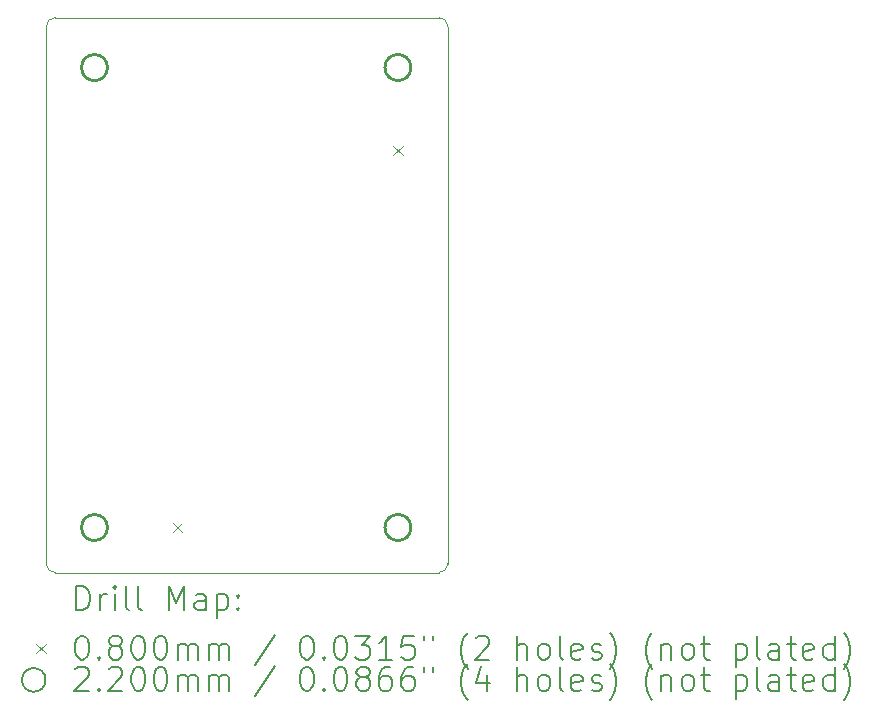
<source format=gbr>
%TF.GenerationSoftware,KiCad,Pcbnew,7.0.5*%
%TF.CreationDate,2023-06-20T21:04:07+08:00*%
%TF.ProjectId,handwire microboard,68616e64-7769-4726-9520-6d6963726f62,rev?*%
%TF.SameCoordinates,Original*%
%TF.FileFunction,Drillmap*%
%TF.FilePolarity,Positive*%
%FSLAX45Y45*%
G04 Gerber Fmt 4.5, Leading zero omitted, Abs format (unit mm)*
G04 Created by KiCad (PCBNEW 7.0.5) date 2023-06-20 21:04:07*
%MOMM*%
%LPD*%
G01*
G04 APERTURE LIST*
%ADD10C,0.100000*%
%ADD11C,0.200000*%
%ADD12C,0.080000*%
%ADD13C,0.220000*%
G04 APERTURE END LIST*
D10*
X11543500Y-8161020D02*
X8293900Y-8161020D01*
X8217700Y-8237220D02*
X8217700Y-12783820D01*
X8217698Y-12783820D02*
G75*
G03*
X8294081Y-12860201I76382J0D01*
G01*
X11619700Y-12783820D02*
X11619700Y-8237220D01*
X11619700Y-8237220D02*
G75*
G03*
X11543500Y-8161020I-76200J0D01*
G01*
X11543500Y-12860020D02*
G75*
G03*
X11619700Y-12783820I0J76200D01*
G01*
X8294081Y-12860201D02*
X11543500Y-12860020D01*
X8293900Y-8161020D02*
G75*
G03*
X8217700Y-8237220I0J-76200D01*
G01*
D11*
D12*
X9287725Y-12439020D02*
X9367725Y-12519020D01*
X9367725Y-12439020D02*
X9287725Y-12519020D01*
X11156320Y-9246285D02*
X11236320Y-9326285D01*
X11236320Y-9246285D02*
X11156320Y-9326285D01*
D13*
X8736640Y-8584485D02*
G75*
G03*
X8736640Y-8584485I-110000J0D01*
G01*
X8736640Y-12479020D02*
G75*
G03*
X8736640Y-12479020I-110000J0D01*
G01*
X11306320Y-8584485D02*
G75*
G03*
X11306320Y-8584485I-110000J0D01*
G01*
X11306320Y-12479020D02*
G75*
G03*
X11306320Y-12479020I-110000J0D01*
G01*
D11*
X8473477Y-13176685D02*
X8473477Y-12976685D01*
X8473477Y-12976685D02*
X8521096Y-12976685D01*
X8521096Y-12976685D02*
X8549667Y-12986209D01*
X8549667Y-12986209D02*
X8568715Y-13005257D01*
X8568715Y-13005257D02*
X8578239Y-13024304D01*
X8578239Y-13024304D02*
X8587763Y-13062399D01*
X8587763Y-13062399D02*
X8587763Y-13090971D01*
X8587763Y-13090971D02*
X8578239Y-13129066D01*
X8578239Y-13129066D02*
X8568715Y-13148114D01*
X8568715Y-13148114D02*
X8549667Y-13167161D01*
X8549667Y-13167161D02*
X8521096Y-13176685D01*
X8521096Y-13176685D02*
X8473477Y-13176685D01*
X8673477Y-13176685D02*
X8673477Y-13043352D01*
X8673477Y-13081447D02*
X8683001Y-13062399D01*
X8683001Y-13062399D02*
X8692524Y-13052876D01*
X8692524Y-13052876D02*
X8711572Y-13043352D01*
X8711572Y-13043352D02*
X8730620Y-13043352D01*
X8797286Y-13176685D02*
X8797286Y-13043352D01*
X8797286Y-12976685D02*
X8787763Y-12986209D01*
X8787763Y-12986209D02*
X8797286Y-12995733D01*
X8797286Y-12995733D02*
X8806810Y-12986209D01*
X8806810Y-12986209D02*
X8797286Y-12976685D01*
X8797286Y-12976685D02*
X8797286Y-12995733D01*
X8921096Y-13176685D02*
X8902048Y-13167161D01*
X8902048Y-13167161D02*
X8892524Y-13148114D01*
X8892524Y-13148114D02*
X8892524Y-12976685D01*
X9025858Y-13176685D02*
X9006810Y-13167161D01*
X9006810Y-13167161D02*
X8997286Y-13148114D01*
X8997286Y-13148114D02*
X8997286Y-12976685D01*
X9254429Y-13176685D02*
X9254429Y-12976685D01*
X9254429Y-12976685D02*
X9321096Y-13119542D01*
X9321096Y-13119542D02*
X9387763Y-12976685D01*
X9387763Y-12976685D02*
X9387763Y-13176685D01*
X9568715Y-13176685D02*
X9568715Y-13071923D01*
X9568715Y-13071923D02*
X9559191Y-13052876D01*
X9559191Y-13052876D02*
X9540144Y-13043352D01*
X9540144Y-13043352D02*
X9502048Y-13043352D01*
X9502048Y-13043352D02*
X9483001Y-13052876D01*
X9568715Y-13167161D02*
X9549667Y-13176685D01*
X9549667Y-13176685D02*
X9502048Y-13176685D01*
X9502048Y-13176685D02*
X9483001Y-13167161D01*
X9483001Y-13167161D02*
X9473477Y-13148114D01*
X9473477Y-13148114D02*
X9473477Y-13129066D01*
X9473477Y-13129066D02*
X9483001Y-13110019D01*
X9483001Y-13110019D02*
X9502048Y-13100495D01*
X9502048Y-13100495D02*
X9549667Y-13100495D01*
X9549667Y-13100495D02*
X9568715Y-13090971D01*
X9663953Y-13043352D02*
X9663953Y-13243352D01*
X9663953Y-13052876D02*
X9683001Y-13043352D01*
X9683001Y-13043352D02*
X9721096Y-13043352D01*
X9721096Y-13043352D02*
X9740144Y-13052876D01*
X9740144Y-13052876D02*
X9749667Y-13062399D01*
X9749667Y-13062399D02*
X9759191Y-13081447D01*
X9759191Y-13081447D02*
X9759191Y-13138590D01*
X9759191Y-13138590D02*
X9749667Y-13157638D01*
X9749667Y-13157638D02*
X9740144Y-13167161D01*
X9740144Y-13167161D02*
X9721096Y-13176685D01*
X9721096Y-13176685D02*
X9683001Y-13176685D01*
X9683001Y-13176685D02*
X9663953Y-13167161D01*
X9844905Y-13157638D02*
X9854429Y-13167161D01*
X9854429Y-13167161D02*
X9844905Y-13176685D01*
X9844905Y-13176685D02*
X9835382Y-13167161D01*
X9835382Y-13167161D02*
X9844905Y-13157638D01*
X9844905Y-13157638D02*
X9844905Y-13176685D01*
X9844905Y-13052876D02*
X9854429Y-13062399D01*
X9854429Y-13062399D02*
X9844905Y-13071923D01*
X9844905Y-13071923D02*
X9835382Y-13062399D01*
X9835382Y-13062399D02*
X9844905Y-13052876D01*
X9844905Y-13052876D02*
X9844905Y-13071923D01*
D12*
X8132700Y-13465201D02*
X8212700Y-13545201D01*
X8212700Y-13465201D02*
X8132700Y-13545201D01*
D11*
X8511572Y-13396685D02*
X8530620Y-13396685D01*
X8530620Y-13396685D02*
X8549667Y-13406209D01*
X8549667Y-13406209D02*
X8559191Y-13415733D01*
X8559191Y-13415733D02*
X8568715Y-13434780D01*
X8568715Y-13434780D02*
X8578239Y-13472876D01*
X8578239Y-13472876D02*
X8578239Y-13520495D01*
X8578239Y-13520495D02*
X8568715Y-13558590D01*
X8568715Y-13558590D02*
X8559191Y-13577638D01*
X8559191Y-13577638D02*
X8549667Y-13587161D01*
X8549667Y-13587161D02*
X8530620Y-13596685D01*
X8530620Y-13596685D02*
X8511572Y-13596685D01*
X8511572Y-13596685D02*
X8492524Y-13587161D01*
X8492524Y-13587161D02*
X8483001Y-13577638D01*
X8483001Y-13577638D02*
X8473477Y-13558590D01*
X8473477Y-13558590D02*
X8463953Y-13520495D01*
X8463953Y-13520495D02*
X8463953Y-13472876D01*
X8463953Y-13472876D02*
X8473477Y-13434780D01*
X8473477Y-13434780D02*
X8483001Y-13415733D01*
X8483001Y-13415733D02*
X8492524Y-13406209D01*
X8492524Y-13406209D02*
X8511572Y-13396685D01*
X8663953Y-13577638D02*
X8673477Y-13587161D01*
X8673477Y-13587161D02*
X8663953Y-13596685D01*
X8663953Y-13596685D02*
X8654429Y-13587161D01*
X8654429Y-13587161D02*
X8663953Y-13577638D01*
X8663953Y-13577638D02*
X8663953Y-13596685D01*
X8787763Y-13482399D02*
X8768715Y-13472876D01*
X8768715Y-13472876D02*
X8759191Y-13463352D01*
X8759191Y-13463352D02*
X8749667Y-13444304D01*
X8749667Y-13444304D02*
X8749667Y-13434780D01*
X8749667Y-13434780D02*
X8759191Y-13415733D01*
X8759191Y-13415733D02*
X8768715Y-13406209D01*
X8768715Y-13406209D02*
X8787763Y-13396685D01*
X8787763Y-13396685D02*
X8825858Y-13396685D01*
X8825858Y-13396685D02*
X8844905Y-13406209D01*
X8844905Y-13406209D02*
X8854429Y-13415733D01*
X8854429Y-13415733D02*
X8863953Y-13434780D01*
X8863953Y-13434780D02*
X8863953Y-13444304D01*
X8863953Y-13444304D02*
X8854429Y-13463352D01*
X8854429Y-13463352D02*
X8844905Y-13472876D01*
X8844905Y-13472876D02*
X8825858Y-13482399D01*
X8825858Y-13482399D02*
X8787763Y-13482399D01*
X8787763Y-13482399D02*
X8768715Y-13491923D01*
X8768715Y-13491923D02*
X8759191Y-13501447D01*
X8759191Y-13501447D02*
X8749667Y-13520495D01*
X8749667Y-13520495D02*
X8749667Y-13558590D01*
X8749667Y-13558590D02*
X8759191Y-13577638D01*
X8759191Y-13577638D02*
X8768715Y-13587161D01*
X8768715Y-13587161D02*
X8787763Y-13596685D01*
X8787763Y-13596685D02*
X8825858Y-13596685D01*
X8825858Y-13596685D02*
X8844905Y-13587161D01*
X8844905Y-13587161D02*
X8854429Y-13577638D01*
X8854429Y-13577638D02*
X8863953Y-13558590D01*
X8863953Y-13558590D02*
X8863953Y-13520495D01*
X8863953Y-13520495D02*
X8854429Y-13501447D01*
X8854429Y-13501447D02*
X8844905Y-13491923D01*
X8844905Y-13491923D02*
X8825858Y-13482399D01*
X8987763Y-13396685D02*
X9006810Y-13396685D01*
X9006810Y-13396685D02*
X9025858Y-13406209D01*
X9025858Y-13406209D02*
X9035382Y-13415733D01*
X9035382Y-13415733D02*
X9044905Y-13434780D01*
X9044905Y-13434780D02*
X9054429Y-13472876D01*
X9054429Y-13472876D02*
X9054429Y-13520495D01*
X9054429Y-13520495D02*
X9044905Y-13558590D01*
X9044905Y-13558590D02*
X9035382Y-13577638D01*
X9035382Y-13577638D02*
X9025858Y-13587161D01*
X9025858Y-13587161D02*
X9006810Y-13596685D01*
X9006810Y-13596685D02*
X8987763Y-13596685D01*
X8987763Y-13596685D02*
X8968715Y-13587161D01*
X8968715Y-13587161D02*
X8959191Y-13577638D01*
X8959191Y-13577638D02*
X8949667Y-13558590D01*
X8949667Y-13558590D02*
X8940144Y-13520495D01*
X8940144Y-13520495D02*
X8940144Y-13472876D01*
X8940144Y-13472876D02*
X8949667Y-13434780D01*
X8949667Y-13434780D02*
X8959191Y-13415733D01*
X8959191Y-13415733D02*
X8968715Y-13406209D01*
X8968715Y-13406209D02*
X8987763Y-13396685D01*
X9178239Y-13396685D02*
X9197286Y-13396685D01*
X9197286Y-13396685D02*
X9216334Y-13406209D01*
X9216334Y-13406209D02*
X9225858Y-13415733D01*
X9225858Y-13415733D02*
X9235382Y-13434780D01*
X9235382Y-13434780D02*
X9244905Y-13472876D01*
X9244905Y-13472876D02*
X9244905Y-13520495D01*
X9244905Y-13520495D02*
X9235382Y-13558590D01*
X9235382Y-13558590D02*
X9225858Y-13577638D01*
X9225858Y-13577638D02*
X9216334Y-13587161D01*
X9216334Y-13587161D02*
X9197286Y-13596685D01*
X9197286Y-13596685D02*
X9178239Y-13596685D01*
X9178239Y-13596685D02*
X9159191Y-13587161D01*
X9159191Y-13587161D02*
X9149667Y-13577638D01*
X9149667Y-13577638D02*
X9140144Y-13558590D01*
X9140144Y-13558590D02*
X9130620Y-13520495D01*
X9130620Y-13520495D02*
X9130620Y-13472876D01*
X9130620Y-13472876D02*
X9140144Y-13434780D01*
X9140144Y-13434780D02*
X9149667Y-13415733D01*
X9149667Y-13415733D02*
X9159191Y-13406209D01*
X9159191Y-13406209D02*
X9178239Y-13396685D01*
X9330620Y-13596685D02*
X9330620Y-13463352D01*
X9330620Y-13482399D02*
X9340144Y-13472876D01*
X9340144Y-13472876D02*
X9359191Y-13463352D01*
X9359191Y-13463352D02*
X9387763Y-13463352D01*
X9387763Y-13463352D02*
X9406810Y-13472876D01*
X9406810Y-13472876D02*
X9416334Y-13491923D01*
X9416334Y-13491923D02*
X9416334Y-13596685D01*
X9416334Y-13491923D02*
X9425858Y-13472876D01*
X9425858Y-13472876D02*
X9444905Y-13463352D01*
X9444905Y-13463352D02*
X9473477Y-13463352D01*
X9473477Y-13463352D02*
X9492525Y-13472876D01*
X9492525Y-13472876D02*
X9502048Y-13491923D01*
X9502048Y-13491923D02*
X9502048Y-13596685D01*
X9597286Y-13596685D02*
X9597286Y-13463352D01*
X9597286Y-13482399D02*
X9606810Y-13472876D01*
X9606810Y-13472876D02*
X9625858Y-13463352D01*
X9625858Y-13463352D02*
X9654429Y-13463352D01*
X9654429Y-13463352D02*
X9673477Y-13472876D01*
X9673477Y-13472876D02*
X9683001Y-13491923D01*
X9683001Y-13491923D02*
X9683001Y-13596685D01*
X9683001Y-13491923D02*
X9692525Y-13472876D01*
X9692525Y-13472876D02*
X9711572Y-13463352D01*
X9711572Y-13463352D02*
X9740144Y-13463352D01*
X9740144Y-13463352D02*
X9759191Y-13472876D01*
X9759191Y-13472876D02*
X9768715Y-13491923D01*
X9768715Y-13491923D02*
X9768715Y-13596685D01*
X10159191Y-13387161D02*
X9987763Y-13644304D01*
X10416334Y-13396685D02*
X10435382Y-13396685D01*
X10435382Y-13396685D02*
X10454429Y-13406209D01*
X10454429Y-13406209D02*
X10463953Y-13415733D01*
X10463953Y-13415733D02*
X10473477Y-13434780D01*
X10473477Y-13434780D02*
X10483001Y-13472876D01*
X10483001Y-13472876D02*
X10483001Y-13520495D01*
X10483001Y-13520495D02*
X10473477Y-13558590D01*
X10473477Y-13558590D02*
X10463953Y-13577638D01*
X10463953Y-13577638D02*
X10454429Y-13587161D01*
X10454429Y-13587161D02*
X10435382Y-13596685D01*
X10435382Y-13596685D02*
X10416334Y-13596685D01*
X10416334Y-13596685D02*
X10397287Y-13587161D01*
X10397287Y-13587161D02*
X10387763Y-13577638D01*
X10387763Y-13577638D02*
X10378239Y-13558590D01*
X10378239Y-13558590D02*
X10368715Y-13520495D01*
X10368715Y-13520495D02*
X10368715Y-13472876D01*
X10368715Y-13472876D02*
X10378239Y-13434780D01*
X10378239Y-13434780D02*
X10387763Y-13415733D01*
X10387763Y-13415733D02*
X10397287Y-13406209D01*
X10397287Y-13406209D02*
X10416334Y-13396685D01*
X10568715Y-13577638D02*
X10578239Y-13587161D01*
X10578239Y-13587161D02*
X10568715Y-13596685D01*
X10568715Y-13596685D02*
X10559191Y-13587161D01*
X10559191Y-13587161D02*
X10568715Y-13577638D01*
X10568715Y-13577638D02*
X10568715Y-13596685D01*
X10702048Y-13396685D02*
X10721096Y-13396685D01*
X10721096Y-13396685D02*
X10740144Y-13406209D01*
X10740144Y-13406209D02*
X10749668Y-13415733D01*
X10749668Y-13415733D02*
X10759191Y-13434780D01*
X10759191Y-13434780D02*
X10768715Y-13472876D01*
X10768715Y-13472876D02*
X10768715Y-13520495D01*
X10768715Y-13520495D02*
X10759191Y-13558590D01*
X10759191Y-13558590D02*
X10749668Y-13577638D01*
X10749668Y-13577638D02*
X10740144Y-13587161D01*
X10740144Y-13587161D02*
X10721096Y-13596685D01*
X10721096Y-13596685D02*
X10702048Y-13596685D01*
X10702048Y-13596685D02*
X10683001Y-13587161D01*
X10683001Y-13587161D02*
X10673477Y-13577638D01*
X10673477Y-13577638D02*
X10663953Y-13558590D01*
X10663953Y-13558590D02*
X10654429Y-13520495D01*
X10654429Y-13520495D02*
X10654429Y-13472876D01*
X10654429Y-13472876D02*
X10663953Y-13434780D01*
X10663953Y-13434780D02*
X10673477Y-13415733D01*
X10673477Y-13415733D02*
X10683001Y-13406209D01*
X10683001Y-13406209D02*
X10702048Y-13396685D01*
X10835382Y-13396685D02*
X10959191Y-13396685D01*
X10959191Y-13396685D02*
X10892525Y-13472876D01*
X10892525Y-13472876D02*
X10921096Y-13472876D01*
X10921096Y-13472876D02*
X10940144Y-13482399D01*
X10940144Y-13482399D02*
X10949668Y-13491923D01*
X10949668Y-13491923D02*
X10959191Y-13510971D01*
X10959191Y-13510971D02*
X10959191Y-13558590D01*
X10959191Y-13558590D02*
X10949668Y-13577638D01*
X10949668Y-13577638D02*
X10940144Y-13587161D01*
X10940144Y-13587161D02*
X10921096Y-13596685D01*
X10921096Y-13596685D02*
X10863953Y-13596685D01*
X10863953Y-13596685D02*
X10844906Y-13587161D01*
X10844906Y-13587161D02*
X10835382Y-13577638D01*
X11149668Y-13596685D02*
X11035382Y-13596685D01*
X11092525Y-13596685D02*
X11092525Y-13396685D01*
X11092525Y-13396685D02*
X11073477Y-13425257D01*
X11073477Y-13425257D02*
X11054429Y-13444304D01*
X11054429Y-13444304D02*
X11035382Y-13453828D01*
X11330620Y-13396685D02*
X11235382Y-13396685D01*
X11235382Y-13396685D02*
X11225858Y-13491923D01*
X11225858Y-13491923D02*
X11235382Y-13482399D01*
X11235382Y-13482399D02*
X11254429Y-13472876D01*
X11254429Y-13472876D02*
X11302048Y-13472876D01*
X11302048Y-13472876D02*
X11321096Y-13482399D01*
X11321096Y-13482399D02*
X11330620Y-13491923D01*
X11330620Y-13491923D02*
X11340144Y-13510971D01*
X11340144Y-13510971D02*
X11340144Y-13558590D01*
X11340144Y-13558590D02*
X11330620Y-13577638D01*
X11330620Y-13577638D02*
X11321096Y-13587161D01*
X11321096Y-13587161D02*
X11302048Y-13596685D01*
X11302048Y-13596685D02*
X11254429Y-13596685D01*
X11254429Y-13596685D02*
X11235382Y-13587161D01*
X11235382Y-13587161D02*
X11225858Y-13577638D01*
X11416334Y-13396685D02*
X11416334Y-13434780D01*
X11492525Y-13396685D02*
X11492525Y-13434780D01*
X11787763Y-13672876D02*
X11778239Y-13663352D01*
X11778239Y-13663352D02*
X11759191Y-13634780D01*
X11759191Y-13634780D02*
X11749668Y-13615733D01*
X11749668Y-13615733D02*
X11740144Y-13587161D01*
X11740144Y-13587161D02*
X11730620Y-13539542D01*
X11730620Y-13539542D02*
X11730620Y-13501447D01*
X11730620Y-13501447D02*
X11740144Y-13453828D01*
X11740144Y-13453828D02*
X11749668Y-13425257D01*
X11749668Y-13425257D02*
X11759191Y-13406209D01*
X11759191Y-13406209D02*
X11778239Y-13377638D01*
X11778239Y-13377638D02*
X11787763Y-13368114D01*
X11854429Y-13415733D02*
X11863953Y-13406209D01*
X11863953Y-13406209D02*
X11883001Y-13396685D01*
X11883001Y-13396685D02*
X11930620Y-13396685D01*
X11930620Y-13396685D02*
X11949668Y-13406209D01*
X11949668Y-13406209D02*
X11959191Y-13415733D01*
X11959191Y-13415733D02*
X11968715Y-13434780D01*
X11968715Y-13434780D02*
X11968715Y-13453828D01*
X11968715Y-13453828D02*
X11959191Y-13482399D01*
X11959191Y-13482399D02*
X11844906Y-13596685D01*
X11844906Y-13596685D02*
X11968715Y-13596685D01*
X12206810Y-13596685D02*
X12206810Y-13396685D01*
X12292525Y-13596685D02*
X12292525Y-13491923D01*
X12292525Y-13491923D02*
X12283001Y-13472876D01*
X12283001Y-13472876D02*
X12263953Y-13463352D01*
X12263953Y-13463352D02*
X12235382Y-13463352D01*
X12235382Y-13463352D02*
X12216334Y-13472876D01*
X12216334Y-13472876D02*
X12206810Y-13482399D01*
X12416334Y-13596685D02*
X12397287Y-13587161D01*
X12397287Y-13587161D02*
X12387763Y-13577638D01*
X12387763Y-13577638D02*
X12378239Y-13558590D01*
X12378239Y-13558590D02*
X12378239Y-13501447D01*
X12378239Y-13501447D02*
X12387763Y-13482399D01*
X12387763Y-13482399D02*
X12397287Y-13472876D01*
X12397287Y-13472876D02*
X12416334Y-13463352D01*
X12416334Y-13463352D02*
X12444906Y-13463352D01*
X12444906Y-13463352D02*
X12463953Y-13472876D01*
X12463953Y-13472876D02*
X12473477Y-13482399D01*
X12473477Y-13482399D02*
X12483001Y-13501447D01*
X12483001Y-13501447D02*
X12483001Y-13558590D01*
X12483001Y-13558590D02*
X12473477Y-13577638D01*
X12473477Y-13577638D02*
X12463953Y-13587161D01*
X12463953Y-13587161D02*
X12444906Y-13596685D01*
X12444906Y-13596685D02*
X12416334Y-13596685D01*
X12597287Y-13596685D02*
X12578239Y-13587161D01*
X12578239Y-13587161D02*
X12568715Y-13568114D01*
X12568715Y-13568114D02*
X12568715Y-13396685D01*
X12749668Y-13587161D02*
X12730620Y-13596685D01*
X12730620Y-13596685D02*
X12692525Y-13596685D01*
X12692525Y-13596685D02*
X12673477Y-13587161D01*
X12673477Y-13587161D02*
X12663953Y-13568114D01*
X12663953Y-13568114D02*
X12663953Y-13491923D01*
X12663953Y-13491923D02*
X12673477Y-13472876D01*
X12673477Y-13472876D02*
X12692525Y-13463352D01*
X12692525Y-13463352D02*
X12730620Y-13463352D01*
X12730620Y-13463352D02*
X12749668Y-13472876D01*
X12749668Y-13472876D02*
X12759191Y-13491923D01*
X12759191Y-13491923D02*
X12759191Y-13510971D01*
X12759191Y-13510971D02*
X12663953Y-13530019D01*
X12835382Y-13587161D02*
X12854430Y-13596685D01*
X12854430Y-13596685D02*
X12892525Y-13596685D01*
X12892525Y-13596685D02*
X12911572Y-13587161D01*
X12911572Y-13587161D02*
X12921096Y-13568114D01*
X12921096Y-13568114D02*
X12921096Y-13558590D01*
X12921096Y-13558590D02*
X12911572Y-13539542D01*
X12911572Y-13539542D02*
X12892525Y-13530019D01*
X12892525Y-13530019D02*
X12863953Y-13530019D01*
X12863953Y-13530019D02*
X12844906Y-13520495D01*
X12844906Y-13520495D02*
X12835382Y-13501447D01*
X12835382Y-13501447D02*
X12835382Y-13491923D01*
X12835382Y-13491923D02*
X12844906Y-13472876D01*
X12844906Y-13472876D02*
X12863953Y-13463352D01*
X12863953Y-13463352D02*
X12892525Y-13463352D01*
X12892525Y-13463352D02*
X12911572Y-13472876D01*
X12987763Y-13672876D02*
X12997287Y-13663352D01*
X12997287Y-13663352D02*
X13016334Y-13634780D01*
X13016334Y-13634780D02*
X13025858Y-13615733D01*
X13025858Y-13615733D02*
X13035382Y-13587161D01*
X13035382Y-13587161D02*
X13044906Y-13539542D01*
X13044906Y-13539542D02*
X13044906Y-13501447D01*
X13044906Y-13501447D02*
X13035382Y-13453828D01*
X13035382Y-13453828D02*
X13025858Y-13425257D01*
X13025858Y-13425257D02*
X13016334Y-13406209D01*
X13016334Y-13406209D02*
X12997287Y-13377638D01*
X12997287Y-13377638D02*
X12987763Y-13368114D01*
X13349668Y-13672876D02*
X13340144Y-13663352D01*
X13340144Y-13663352D02*
X13321096Y-13634780D01*
X13321096Y-13634780D02*
X13311572Y-13615733D01*
X13311572Y-13615733D02*
X13302049Y-13587161D01*
X13302049Y-13587161D02*
X13292525Y-13539542D01*
X13292525Y-13539542D02*
X13292525Y-13501447D01*
X13292525Y-13501447D02*
X13302049Y-13453828D01*
X13302049Y-13453828D02*
X13311572Y-13425257D01*
X13311572Y-13425257D02*
X13321096Y-13406209D01*
X13321096Y-13406209D02*
X13340144Y-13377638D01*
X13340144Y-13377638D02*
X13349668Y-13368114D01*
X13425858Y-13463352D02*
X13425858Y-13596685D01*
X13425858Y-13482399D02*
X13435382Y-13472876D01*
X13435382Y-13472876D02*
X13454430Y-13463352D01*
X13454430Y-13463352D02*
X13483001Y-13463352D01*
X13483001Y-13463352D02*
X13502049Y-13472876D01*
X13502049Y-13472876D02*
X13511572Y-13491923D01*
X13511572Y-13491923D02*
X13511572Y-13596685D01*
X13635382Y-13596685D02*
X13616334Y-13587161D01*
X13616334Y-13587161D02*
X13606811Y-13577638D01*
X13606811Y-13577638D02*
X13597287Y-13558590D01*
X13597287Y-13558590D02*
X13597287Y-13501447D01*
X13597287Y-13501447D02*
X13606811Y-13482399D01*
X13606811Y-13482399D02*
X13616334Y-13472876D01*
X13616334Y-13472876D02*
X13635382Y-13463352D01*
X13635382Y-13463352D02*
X13663953Y-13463352D01*
X13663953Y-13463352D02*
X13683001Y-13472876D01*
X13683001Y-13472876D02*
X13692525Y-13482399D01*
X13692525Y-13482399D02*
X13702049Y-13501447D01*
X13702049Y-13501447D02*
X13702049Y-13558590D01*
X13702049Y-13558590D02*
X13692525Y-13577638D01*
X13692525Y-13577638D02*
X13683001Y-13587161D01*
X13683001Y-13587161D02*
X13663953Y-13596685D01*
X13663953Y-13596685D02*
X13635382Y-13596685D01*
X13759192Y-13463352D02*
X13835382Y-13463352D01*
X13787763Y-13396685D02*
X13787763Y-13568114D01*
X13787763Y-13568114D02*
X13797287Y-13587161D01*
X13797287Y-13587161D02*
X13816334Y-13596685D01*
X13816334Y-13596685D02*
X13835382Y-13596685D01*
X14054430Y-13463352D02*
X14054430Y-13663352D01*
X14054430Y-13472876D02*
X14073477Y-13463352D01*
X14073477Y-13463352D02*
X14111573Y-13463352D01*
X14111573Y-13463352D02*
X14130620Y-13472876D01*
X14130620Y-13472876D02*
X14140144Y-13482399D01*
X14140144Y-13482399D02*
X14149668Y-13501447D01*
X14149668Y-13501447D02*
X14149668Y-13558590D01*
X14149668Y-13558590D02*
X14140144Y-13577638D01*
X14140144Y-13577638D02*
X14130620Y-13587161D01*
X14130620Y-13587161D02*
X14111573Y-13596685D01*
X14111573Y-13596685D02*
X14073477Y-13596685D01*
X14073477Y-13596685D02*
X14054430Y-13587161D01*
X14263953Y-13596685D02*
X14244906Y-13587161D01*
X14244906Y-13587161D02*
X14235382Y-13568114D01*
X14235382Y-13568114D02*
X14235382Y-13396685D01*
X14425858Y-13596685D02*
X14425858Y-13491923D01*
X14425858Y-13491923D02*
X14416334Y-13472876D01*
X14416334Y-13472876D02*
X14397287Y-13463352D01*
X14397287Y-13463352D02*
X14359192Y-13463352D01*
X14359192Y-13463352D02*
X14340144Y-13472876D01*
X14425858Y-13587161D02*
X14406811Y-13596685D01*
X14406811Y-13596685D02*
X14359192Y-13596685D01*
X14359192Y-13596685D02*
X14340144Y-13587161D01*
X14340144Y-13587161D02*
X14330620Y-13568114D01*
X14330620Y-13568114D02*
X14330620Y-13549066D01*
X14330620Y-13549066D02*
X14340144Y-13530019D01*
X14340144Y-13530019D02*
X14359192Y-13520495D01*
X14359192Y-13520495D02*
X14406811Y-13520495D01*
X14406811Y-13520495D02*
X14425858Y-13510971D01*
X14492525Y-13463352D02*
X14568715Y-13463352D01*
X14521096Y-13396685D02*
X14521096Y-13568114D01*
X14521096Y-13568114D02*
X14530620Y-13587161D01*
X14530620Y-13587161D02*
X14549668Y-13596685D01*
X14549668Y-13596685D02*
X14568715Y-13596685D01*
X14711573Y-13587161D02*
X14692525Y-13596685D01*
X14692525Y-13596685D02*
X14654430Y-13596685D01*
X14654430Y-13596685D02*
X14635382Y-13587161D01*
X14635382Y-13587161D02*
X14625858Y-13568114D01*
X14625858Y-13568114D02*
X14625858Y-13491923D01*
X14625858Y-13491923D02*
X14635382Y-13472876D01*
X14635382Y-13472876D02*
X14654430Y-13463352D01*
X14654430Y-13463352D02*
X14692525Y-13463352D01*
X14692525Y-13463352D02*
X14711573Y-13472876D01*
X14711573Y-13472876D02*
X14721096Y-13491923D01*
X14721096Y-13491923D02*
X14721096Y-13510971D01*
X14721096Y-13510971D02*
X14625858Y-13530019D01*
X14892525Y-13596685D02*
X14892525Y-13396685D01*
X14892525Y-13587161D02*
X14873477Y-13596685D01*
X14873477Y-13596685D02*
X14835382Y-13596685D01*
X14835382Y-13596685D02*
X14816334Y-13587161D01*
X14816334Y-13587161D02*
X14806811Y-13577638D01*
X14806811Y-13577638D02*
X14797287Y-13558590D01*
X14797287Y-13558590D02*
X14797287Y-13501447D01*
X14797287Y-13501447D02*
X14806811Y-13482399D01*
X14806811Y-13482399D02*
X14816334Y-13472876D01*
X14816334Y-13472876D02*
X14835382Y-13463352D01*
X14835382Y-13463352D02*
X14873477Y-13463352D01*
X14873477Y-13463352D02*
X14892525Y-13472876D01*
X14968715Y-13672876D02*
X14978239Y-13663352D01*
X14978239Y-13663352D02*
X14997287Y-13634780D01*
X14997287Y-13634780D02*
X15006811Y-13615733D01*
X15006811Y-13615733D02*
X15016334Y-13587161D01*
X15016334Y-13587161D02*
X15025858Y-13539542D01*
X15025858Y-13539542D02*
X15025858Y-13501447D01*
X15025858Y-13501447D02*
X15016334Y-13453828D01*
X15016334Y-13453828D02*
X15006811Y-13425257D01*
X15006811Y-13425257D02*
X14997287Y-13406209D01*
X14997287Y-13406209D02*
X14978239Y-13377638D01*
X14978239Y-13377638D02*
X14968715Y-13368114D01*
X8212700Y-13769201D02*
G75*
G03*
X8212700Y-13769201I-100000J0D01*
G01*
X8463953Y-13679733D02*
X8473477Y-13670209D01*
X8473477Y-13670209D02*
X8492524Y-13660685D01*
X8492524Y-13660685D02*
X8540144Y-13660685D01*
X8540144Y-13660685D02*
X8559191Y-13670209D01*
X8559191Y-13670209D02*
X8568715Y-13679733D01*
X8568715Y-13679733D02*
X8578239Y-13698780D01*
X8578239Y-13698780D02*
X8578239Y-13717828D01*
X8578239Y-13717828D02*
X8568715Y-13746399D01*
X8568715Y-13746399D02*
X8454429Y-13860685D01*
X8454429Y-13860685D02*
X8578239Y-13860685D01*
X8663953Y-13841638D02*
X8673477Y-13851161D01*
X8673477Y-13851161D02*
X8663953Y-13860685D01*
X8663953Y-13860685D02*
X8654429Y-13851161D01*
X8654429Y-13851161D02*
X8663953Y-13841638D01*
X8663953Y-13841638D02*
X8663953Y-13860685D01*
X8749667Y-13679733D02*
X8759191Y-13670209D01*
X8759191Y-13670209D02*
X8778239Y-13660685D01*
X8778239Y-13660685D02*
X8825858Y-13660685D01*
X8825858Y-13660685D02*
X8844905Y-13670209D01*
X8844905Y-13670209D02*
X8854429Y-13679733D01*
X8854429Y-13679733D02*
X8863953Y-13698780D01*
X8863953Y-13698780D02*
X8863953Y-13717828D01*
X8863953Y-13717828D02*
X8854429Y-13746399D01*
X8854429Y-13746399D02*
X8740144Y-13860685D01*
X8740144Y-13860685D02*
X8863953Y-13860685D01*
X8987763Y-13660685D02*
X9006810Y-13660685D01*
X9006810Y-13660685D02*
X9025858Y-13670209D01*
X9025858Y-13670209D02*
X9035382Y-13679733D01*
X9035382Y-13679733D02*
X9044905Y-13698780D01*
X9044905Y-13698780D02*
X9054429Y-13736876D01*
X9054429Y-13736876D02*
X9054429Y-13784495D01*
X9054429Y-13784495D02*
X9044905Y-13822590D01*
X9044905Y-13822590D02*
X9035382Y-13841638D01*
X9035382Y-13841638D02*
X9025858Y-13851161D01*
X9025858Y-13851161D02*
X9006810Y-13860685D01*
X9006810Y-13860685D02*
X8987763Y-13860685D01*
X8987763Y-13860685D02*
X8968715Y-13851161D01*
X8968715Y-13851161D02*
X8959191Y-13841638D01*
X8959191Y-13841638D02*
X8949667Y-13822590D01*
X8949667Y-13822590D02*
X8940144Y-13784495D01*
X8940144Y-13784495D02*
X8940144Y-13736876D01*
X8940144Y-13736876D02*
X8949667Y-13698780D01*
X8949667Y-13698780D02*
X8959191Y-13679733D01*
X8959191Y-13679733D02*
X8968715Y-13670209D01*
X8968715Y-13670209D02*
X8987763Y-13660685D01*
X9178239Y-13660685D02*
X9197286Y-13660685D01*
X9197286Y-13660685D02*
X9216334Y-13670209D01*
X9216334Y-13670209D02*
X9225858Y-13679733D01*
X9225858Y-13679733D02*
X9235382Y-13698780D01*
X9235382Y-13698780D02*
X9244905Y-13736876D01*
X9244905Y-13736876D02*
X9244905Y-13784495D01*
X9244905Y-13784495D02*
X9235382Y-13822590D01*
X9235382Y-13822590D02*
X9225858Y-13841638D01*
X9225858Y-13841638D02*
X9216334Y-13851161D01*
X9216334Y-13851161D02*
X9197286Y-13860685D01*
X9197286Y-13860685D02*
X9178239Y-13860685D01*
X9178239Y-13860685D02*
X9159191Y-13851161D01*
X9159191Y-13851161D02*
X9149667Y-13841638D01*
X9149667Y-13841638D02*
X9140144Y-13822590D01*
X9140144Y-13822590D02*
X9130620Y-13784495D01*
X9130620Y-13784495D02*
X9130620Y-13736876D01*
X9130620Y-13736876D02*
X9140144Y-13698780D01*
X9140144Y-13698780D02*
X9149667Y-13679733D01*
X9149667Y-13679733D02*
X9159191Y-13670209D01*
X9159191Y-13670209D02*
X9178239Y-13660685D01*
X9330620Y-13860685D02*
X9330620Y-13727352D01*
X9330620Y-13746399D02*
X9340144Y-13736876D01*
X9340144Y-13736876D02*
X9359191Y-13727352D01*
X9359191Y-13727352D02*
X9387763Y-13727352D01*
X9387763Y-13727352D02*
X9406810Y-13736876D01*
X9406810Y-13736876D02*
X9416334Y-13755923D01*
X9416334Y-13755923D02*
X9416334Y-13860685D01*
X9416334Y-13755923D02*
X9425858Y-13736876D01*
X9425858Y-13736876D02*
X9444905Y-13727352D01*
X9444905Y-13727352D02*
X9473477Y-13727352D01*
X9473477Y-13727352D02*
X9492525Y-13736876D01*
X9492525Y-13736876D02*
X9502048Y-13755923D01*
X9502048Y-13755923D02*
X9502048Y-13860685D01*
X9597286Y-13860685D02*
X9597286Y-13727352D01*
X9597286Y-13746399D02*
X9606810Y-13736876D01*
X9606810Y-13736876D02*
X9625858Y-13727352D01*
X9625858Y-13727352D02*
X9654429Y-13727352D01*
X9654429Y-13727352D02*
X9673477Y-13736876D01*
X9673477Y-13736876D02*
X9683001Y-13755923D01*
X9683001Y-13755923D02*
X9683001Y-13860685D01*
X9683001Y-13755923D02*
X9692525Y-13736876D01*
X9692525Y-13736876D02*
X9711572Y-13727352D01*
X9711572Y-13727352D02*
X9740144Y-13727352D01*
X9740144Y-13727352D02*
X9759191Y-13736876D01*
X9759191Y-13736876D02*
X9768715Y-13755923D01*
X9768715Y-13755923D02*
X9768715Y-13860685D01*
X10159191Y-13651161D02*
X9987763Y-13908304D01*
X10416334Y-13660685D02*
X10435382Y-13660685D01*
X10435382Y-13660685D02*
X10454429Y-13670209D01*
X10454429Y-13670209D02*
X10463953Y-13679733D01*
X10463953Y-13679733D02*
X10473477Y-13698780D01*
X10473477Y-13698780D02*
X10483001Y-13736876D01*
X10483001Y-13736876D02*
X10483001Y-13784495D01*
X10483001Y-13784495D02*
X10473477Y-13822590D01*
X10473477Y-13822590D02*
X10463953Y-13841638D01*
X10463953Y-13841638D02*
X10454429Y-13851161D01*
X10454429Y-13851161D02*
X10435382Y-13860685D01*
X10435382Y-13860685D02*
X10416334Y-13860685D01*
X10416334Y-13860685D02*
X10397287Y-13851161D01*
X10397287Y-13851161D02*
X10387763Y-13841638D01*
X10387763Y-13841638D02*
X10378239Y-13822590D01*
X10378239Y-13822590D02*
X10368715Y-13784495D01*
X10368715Y-13784495D02*
X10368715Y-13736876D01*
X10368715Y-13736876D02*
X10378239Y-13698780D01*
X10378239Y-13698780D02*
X10387763Y-13679733D01*
X10387763Y-13679733D02*
X10397287Y-13670209D01*
X10397287Y-13670209D02*
X10416334Y-13660685D01*
X10568715Y-13841638D02*
X10578239Y-13851161D01*
X10578239Y-13851161D02*
X10568715Y-13860685D01*
X10568715Y-13860685D02*
X10559191Y-13851161D01*
X10559191Y-13851161D02*
X10568715Y-13841638D01*
X10568715Y-13841638D02*
X10568715Y-13860685D01*
X10702048Y-13660685D02*
X10721096Y-13660685D01*
X10721096Y-13660685D02*
X10740144Y-13670209D01*
X10740144Y-13670209D02*
X10749668Y-13679733D01*
X10749668Y-13679733D02*
X10759191Y-13698780D01*
X10759191Y-13698780D02*
X10768715Y-13736876D01*
X10768715Y-13736876D02*
X10768715Y-13784495D01*
X10768715Y-13784495D02*
X10759191Y-13822590D01*
X10759191Y-13822590D02*
X10749668Y-13841638D01*
X10749668Y-13841638D02*
X10740144Y-13851161D01*
X10740144Y-13851161D02*
X10721096Y-13860685D01*
X10721096Y-13860685D02*
X10702048Y-13860685D01*
X10702048Y-13860685D02*
X10683001Y-13851161D01*
X10683001Y-13851161D02*
X10673477Y-13841638D01*
X10673477Y-13841638D02*
X10663953Y-13822590D01*
X10663953Y-13822590D02*
X10654429Y-13784495D01*
X10654429Y-13784495D02*
X10654429Y-13736876D01*
X10654429Y-13736876D02*
X10663953Y-13698780D01*
X10663953Y-13698780D02*
X10673477Y-13679733D01*
X10673477Y-13679733D02*
X10683001Y-13670209D01*
X10683001Y-13670209D02*
X10702048Y-13660685D01*
X10883001Y-13746399D02*
X10863953Y-13736876D01*
X10863953Y-13736876D02*
X10854429Y-13727352D01*
X10854429Y-13727352D02*
X10844906Y-13708304D01*
X10844906Y-13708304D02*
X10844906Y-13698780D01*
X10844906Y-13698780D02*
X10854429Y-13679733D01*
X10854429Y-13679733D02*
X10863953Y-13670209D01*
X10863953Y-13670209D02*
X10883001Y-13660685D01*
X10883001Y-13660685D02*
X10921096Y-13660685D01*
X10921096Y-13660685D02*
X10940144Y-13670209D01*
X10940144Y-13670209D02*
X10949668Y-13679733D01*
X10949668Y-13679733D02*
X10959191Y-13698780D01*
X10959191Y-13698780D02*
X10959191Y-13708304D01*
X10959191Y-13708304D02*
X10949668Y-13727352D01*
X10949668Y-13727352D02*
X10940144Y-13736876D01*
X10940144Y-13736876D02*
X10921096Y-13746399D01*
X10921096Y-13746399D02*
X10883001Y-13746399D01*
X10883001Y-13746399D02*
X10863953Y-13755923D01*
X10863953Y-13755923D02*
X10854429Y-13765447D01*
X10854429Y-13765447D02*
X10844906Y-13784495D01*
X10844906Y-13784495D02*
X10844906Y-13822590D01*
X10844906Y-13822590D02*
X10854429Y-13841638D01*
X10854429Y-13841638D02*
X10863953Y-13851161D01*
X10863953Y-13851161D02*
X10883001Y-13860685D01*
X10883001Y-13860685D02*
X10921096Y-13860685D01*
X10921096Y-13860685D02*
X10940144Y-13851161D01*
X10940144Y-13851161D02*
X10949668Y-13841638D01*
X10949668Y-13841638D02*
X10959191Y-13822590D01*
X10959191Y-13822590D02*
X10959191Y-13784495D01*
X10959191Y-13784495D02*
X10949668Y-13765447D01*
X10949668Y-13765447D02*
X10940144Y-13755923D01*
X10940144Y-13755923D02*
X10921096Y-13746399D01*
X11130620Y-13660685D02*
X11092525Y-13660685D01*
X11092525Y-13660685D02*
X11073477Y-13670209D01*
X11073477Y-13670209D02*
X11063953Y-13679733D01*
X11063953Y-13679733D02*
X11044906Y-13708304D01*
X11044906Y-13708304D02*
X11035382Y-13746399D01*
X11035382Y-13746399D02*
X11035382Y-13822590D01*
X11035382Y-13822590D02*
X11044906Y-13841638D01*
X11044906Y-13841638D02*
X11054429Y-13851161D01*
X11054429Y-13851161D02*
X11073477Y-13860685D01*
X11073477Y-13860685D02*
X11111572Y-13860685D01*
X11111572Y-13860685D02*
X11130620Y-13851161D01*
X11130620Y-13851161D02*
X11140144Y-13841638D01*
X11140144Y-13841638D02*
X11149668Y-13822590D01*
X11149668Y-13822590D02*
X11149668Y-13774971D01*
X11149668Y-13774971D02*
X11140144Y-13755923D01*
X11140144Y-13755923D02*
X11130620Y-13746399D01*
X11130620Y-13746399D02*
X11111572Y-13736876D01*
X11111572Y-13736876D02*
X11073477Y-13736876D01*
X11073477Y-13736876D02*
X11054429Y-13746399D01*
X11054429Y-13746399D02*
X11044906Y-13755923D01*
X11044906Y-13755923D02*
X11035382Y-13774971D01*
X11321096Y-13660685D02*
X11283001Y-13660685D01*
X11283001Y-13660685D02*
X11263953Y-13670209D01*
X11263953Y-13670209D02*
X11254429Y-13679733D01*
X11254429Y-13679733D02*
X11235382Y-13708304D01*
X11235382Y-13708304D02*
X11225858Y-13746399D01*
X11225858Y-13746399D02*
X11225858Y-13822590D01*
X11225858Y-13822590D02*
X11235382Y-13841638D01*
X11235382Y-13841638D02*
X11244906Y-13851161D01*
X11244906Y-13851161D02*
X11263953Y-13860685D01*
X11263953Y-13860685D02*
X11302048Y-13860685D01*
X11302048Y-13860685D02*
X11321096Y-13851161D01*
X11321096Y-13851161D02*
X11330620Y-13841638D01*
X11330620Y-13841638D02*
X11340144Y-13822590D01*
X11340144Y-13822590D02*
X11340144Y-13774971D01*
X11340144Y-13774971D02*
X11330620Y-13755923D01*
X11330620Y-13755923D02*
X11321096Y-13746399D01*
X11321096Y-13746399D02*
X11302048Y-13736876D01*
X11302048Y-13736876D02*
X11263953Y-13736876D01*
X11263953Y-13736876D02*
X11244906Y-13746399D01*
X11244906Y-13746399D02*
X11235382Y-13755923D01*
X11235382Y-13755923D02*
X11225858Y-13774971D01*
X11416334Y-13660685D02*
X11416334Y-13698780D01*
X11492525Y-13660685D02*
X11492525Y-13698780D01*
X11787763Y-13936876D02*
X11778239Y-13927352D01*
X11778239Y-13927352D02*
X11759191Y-13898780D01*
X11759191Y-13898780D02*
X11749668Y-13879733D01*
X11749668Y-13879733D02*
X11740144Y-13851161D01*
X11740144Y-13851161D02*
X11730620Y-13803542D01*
X11730620Y-13803542D02*
X11730620Y-13765447D01*
X11730620Y-13765447D02*
X11740144Y-13717828D01*
X11740144Y-13717828D02*
X11749668Y-13689257D01*
X11749668Y-13689257D02*
X11759191Y-13670209D01*
X11759191Y-13670209D02*
X11778239Y-13641638D01*
X11778239Y-13641638D02*
X11787763Y-13632114D01*
X11949668Y-13727352D02*
X11949668Y-13860685D01*
X11902048Y-13651161D02*
X11854429Y-13794019D01*
X11854429Y-13794019D02*
X11978239Y-13794019D01*
X12206810Y-13860685D02*
X12206810Y-13660685D01*
X12292525Y-13860685D02*
X12292525Y-13755923D01*
X12292525Y-13755923D02*
X12283001Y-13736876D01*
X12283001Y-13736876D02*
X12263953Y-13727352D01*
X12263953Y-13727352D02*
X12235382Y-13727352D01*
X12235382Y-13727352D02*
X12216334Y-13736876D01*
X12216334Y-13736876D02*
X12206810Y-13746399D01*
X12416334Y-13860685D02*
X12397287Y-13851161D01*
X12397287Y-13851161D02*
X12387763Y-13841638D01*
X12387763Y-13841638D02*
X12378239Y-13822590D01*
X12378239Y-13822590D02*
X12378239Y-13765447D01*
X12378239Y-13765447D02*
X12387763Y-13746399D01*
X12387763Y-13746399D02*
X12397287Y-13736876D01*
X12397287Y-13736876D02*
X12416334Y-13727352D01*
X12416334Y-13727352D02*
X12444906Y-13727352D01*
X12444906Y-13727352D02*
X12463953Y-13736876D01*
X12463953Y-13736876D02*
X12473477Y-13746399D01*
X12473477Y-13746399D02*
X12483001Y-13765447D01*
X12483001Y-13765447D02*
X12483001Y-13822590D01*
X12483001Y-13822590D02*
X12473477Y-13841638D01*
X12473477Y-13841638D02*
X12463953Y-13851161D01*
X12463953Y-13851161D02*
X12444906Y-13860685D01*
X12444906Y-13860685D02*
X12416334Y-13860685D01*
X12597287Y-13860685D02*
X12578239Y-13851161D01*
X12578239Y-13851161D02*
X12568715Y-13832114D01*
X12568715Y-13832114D02*
X12568715Y-13660685D01*
X12749668Y-13851161D02*
X12730620Y-13860685D01*
X12730620Y-13860685D02*
X12692525Y-13860685D01*
X12692525Y-13860685D02*
X12673477Y-13851161D01*
X12673477Y-13851161D02*
X12663953Y-13832114D01*
X12663953Y-13832114D02*
X12663953Y-13755923D01*
X12663953Y-13755923D02*
X12673477Y-13736876D01*
X12673477Y-13736876D02*
X12692525Y-13727352D01*
X12692525Y-13727352D02*
X12730620Y-13727352D01*
X12730620Y-13727352D02*
X12749668Y-13736876D01*
X12749668Y-13736876D02*
X12759191Y-13755923D01*
X12759191Y-13755923D02*
X12759191Y-13774971D01*
X12759191Y-13774971D02*
X12663953Y-13794019D01*
X12835382Y-13851161D02*
X12854430Y-13860685D01*
X12854430Y-13860685D02*
X12892525Y-13860685D01*
X12892525Y-13860685D02*
X12911572Y-13851161D01*
X12911572Y-13851161D02*
X12921096Y-13832114D01*
X12921096Y-13832114D02*
X12921096Y-13822590D01*
X12921096Y-13822590D02*
X12911572Y-13803542D01*
X12911572Y-13803542D02*
X12892525Y-13794019D01*
X12892525Y-13794019D02*
X12863953Y-13794019D01*
X12863953Y-13794019D02*
X12844906Y-13784495D01*
X12844906Y-13784495D02*
X12835382Y-13765447D01*
X12835382Y-13765447D02*
X12835382Y-13755923D01*
X12835382Y-13755923D02*
X12844906Y-13736876D01*
X12844906Y-13736876D02*
X12863953Y-13727352D01*
X12863953Y-13727352D02*
X12892525Y-13727352D01*
X12892525Y-13727352D02*
X12911572Y-13736876D01*
X12987763Y-13936876D02*
X12997287Y-13927352D01*
X12997287Y-13927352D02*
X13016334Y-13898780D01*
X13016334Y-13898780D02*
X13025858Y-13879733D01*
X13025858Y-13879733D02*
X13035382Y-13851161D01*
X13035382Y-13851161D02*
X13044906Y-13803542D01*
X13044906Y-13803542D02*
X13044906Y-13765447D01*
X13044906Y-13765447D02*
X13035382Y-13717828D01*
X13035382Y-13717828D02*
X13025858Y-13689257D01*
X13025858Y-13689257D02*
X13016334Y-13670209D01*
X13016334Y-13670209D02*
X12997287Y-13641638D01*
X12997287Y-13641638D02*
X12987763Y-13632114D01*
X13349668Y-13936876D02*
X13340144Y-13927352D01*
X13340144Y-13927352D02*
X13321096Y-13898780D01*
X13321096Y-13898780D02*
X13311572Y-13879733D01*
X13311572Y-13879733D02*
X13302049Y-13851161D01*
X13302049Y-13851161D02*
X13292525Y-13803542D01*
X13292525Y-13803542D02*
X13292525Y-13765447D01*
X13292525Y-13765447D02*
X13302049Y-13717828D01*
X13302049Y-13717828D02*
X13311572Y-13689257D01*
X13311572Y-13689257D02*
X13321096Y-13670209D01*
X13321096Y-13670209D02*
X13340144Y-13641638D01*
X13340144Y-13641638D02*
X13349668Y-13632114D01*
X13425858Y-13727352D02*
X13425858Y-13860685D01*
X13425858Y-13746399D02*
X13435382Y-13736876D01*
X13435382Y-13736876D02*
X13454430Y-13727352D01*
X13454430Y-13727352D02*
X13483001Y-13727352D01*
X13483001Y-13727352D02*
X13502049Y-13736876D01*
X13502049Y-13736876D02*
X13511572Y-13755923D01*
X13511572Y-13755923D02*
X13511572Y-13860685D01*
X13635382Y-13860685D02*
X13616334Y-13851161D01*
X13616334Y-13851161D02*
X13606811Y-13841638D01*
X13606811Y-13841638D02*
X13597287Y-13822590D01*
X13597287Y-13822590D02*
X13597287Y-13765447D01*
X13597287Y-13765447D02*
X13606811Y-13746399D01*
X13606811Y-13746399D02*
X13616334Y-13736876D01*
X13616334Y-13736876D02*
X13635382Y-13727352D01*
X13635382Y-13727352D02*
X13663953Y-13727352D01*
X13663953Y-13727352D02*
X13683001Y-13736876D01*
X13683001Y-13736876D02*
X13692525Y-13746399D01*
X13692525Y-13746399D02*
X13702049Y-13765447D01*
X13702049Y-13765447D02*
X13702049Y-13822590D01*
X13702049Y-13822590D02*
X13692525Y-13841638D01*
X13692525Y-13841638D02*
X13683001Y-13851161D01*
X13683001Y-13851161D02*
X13663953Y-13860685D01*
X13663953Y-13860685D02*
X13635382Y-13860685D01*
X13759192Y-13727352D02*
X13835382Y-13727352D01*
X13787763Y-13660685D02*
X13787763Y-13832114D01*
X13787763Y-13832114D02*
X13797287Y-13851161D01*
X13797287Y-13851161D02*
X13816334Y-13860685D01*
X13816334Y-13860685D02*
X13835382Y-13860685D01*
X14054430Y-13727352D02*
X14054430Y-13927352D01*
X14054430Y-13736876D02*
X14073477Y-13727352D01*
X14073477Y-13727352D02*
X14111573Y-13727352D01*
X14111573Y-13727352D02*
X14130620Y-13736876D01*
X14130620Y-13736876D02*
X14140144Y-13746399D01*
X14140144Y-13746399D02*
X14149668Y-13765447D01*
X14149668Y-13765447D02*
X14149668Y-13822590D01*
X14149668Y-13822590D02*
X14140144Y-13841638D01*
X14140144Y-13841638D02*
X14130620Y-13851161D01*
X14130620Y-13851161D02*
X14111573Y-13860685D01*
X14111573Y-13860685D02*
X14073477Y-13860685D01*
X14073477Y-13860685D02*
X14054430Y-13851161D01*
X14263953Y-13860685D02*
X14244906Y-13851161D01*
X14244906Y-13851161D02*
X14235382Y-13832114D01*
X14235382Y-13832114D02*
X14235382Y-13660685D01*
X14425858Y-13860685D02*
X14425858Y-13755923D01*
X14425858Y-13755923D02*
X14416334Y-13736876D01*
X14416334Y-13736876D02*
X14397287Y-13727352D01*
X14397287Y-13727352D02*
X14359192Y-13727352D01*
X14359192Y-13727352D02*
X14340144Y-13736876D01*
X14425858Y-13851161D02*
X14406811Y-13860685D01*
X14406811Y-13860685D02*
X14359192Y-13860685D01*
X14359192Y-13860685D02*
X14340144Y-13851161D01*
X14340144Y-13851161D02*
X14330620Y-13832114D01*
X14330620Y-13832114D02*
X14330620Y-13813066D01*
X14330620Y-13813066D02*
X14340144Y-13794019D01*
X14340144Y-13794019D02*
X14359192Y-13784495D01*
X14359192Y-13784495D02*
X14406811Y-13784495D01*
X14406811Y-13784495D02*
X14425858Y-13774971D01*
X14492525Y-13727352D02*
X14568715Y-13727352D01*
X14521096Y-13660685D02*
X14521096Y-13832114D01*
X14521096Y-13832114D02*
X14530620Y-13851161D01*
X14530620Y-13851161D02*
X14549668Y-13860685D01*
X14549668Y-13860685D02*
X14568715Y-13860685D01*
X14711573Y-13851161D02*
X14692525Y-13860685D01*
X14692525Y-13860685D02*
X14654430Y-13860685D01*
X14654430Y-13860685D02*
X14635382Y-13851161D01*
X14635382Y-13851161D02*
X14625858Y-13832114D01*
X14625858Y-13832114D02*
X14625858Y-13755923D01*
X14625858Y-13755923D02*
X14635382Y-13736876D01*
X14635382Y-13736876D02*
X14654430Y-13727352D01*
X14654430Y-13727352D02*
X14692525Y-13727352D01*
X14692525Y-13727352D02*
X14711573Y-13736876D01*
X14711573Y-13736876D02*
X14721096Y-13755923D01*
X14721096Y-13755923D02*
X14721096Y-13774971D01*
X14721096Y-13774971D02*
X14625858Y-13794019D01*
X14892525Y-13860685D02*
X14892525Y-13660685D01*
X14892525Y-13851161D02*
X14873477Y-13860685D01*
X14873477Y-13860685D02*
X14835382Y-13860685D01*
X14835382Y-13860685D02*
X14816334Y-13851161D01*
X14816334Y-13851161D02*
X14806811Y-13841638D01*
X14806811Y-13841638D02*
X14797287Y-13822590D01*
X14797287Y-13822590D02*
X14797287Y-13765447D01*
X14797287Y-13765447D02*
X14806811Y-13746399D01*
X14806811Y-13746399D02*
X14816334Y-13736876D01*
X14816334Y-13736876D02*
X14835382Y-13727352D01*
X14835382Y-13727352D02*
X14873477Y-13727352D01*
X14873477Y-13727352D02*
X14892525Y-13736876D01*
X14968715Y-13936876D02*
X14978239Y-13927352D01*
X14978239Y-13927352D02*
X14997287Y-13898780D01*
X14997287Y-13898780D02*
X15006811Y-13879733D01*
X15006811Y-13879733D02*
X15016334Y-13851161D01*
X15016334Y-13851161D02*
X15025858Y-13803542D01*
X15025858Y-13803542D02*
X15025858Y-13765447D01*
X15025858Y-13765447D02*
X15016334Y-13717828D01*
X15016334Y-13717828D02*
X15006811Y-13689257D01*
X15006811Y-13689257D02*
X14997287Y-13670209D01*
X14997287Y-13670209D02*
X14978239Y-13641638D01*
X14978239Y-13641638D02*
X14968715Y-13632114D01*
M02*

</source>
